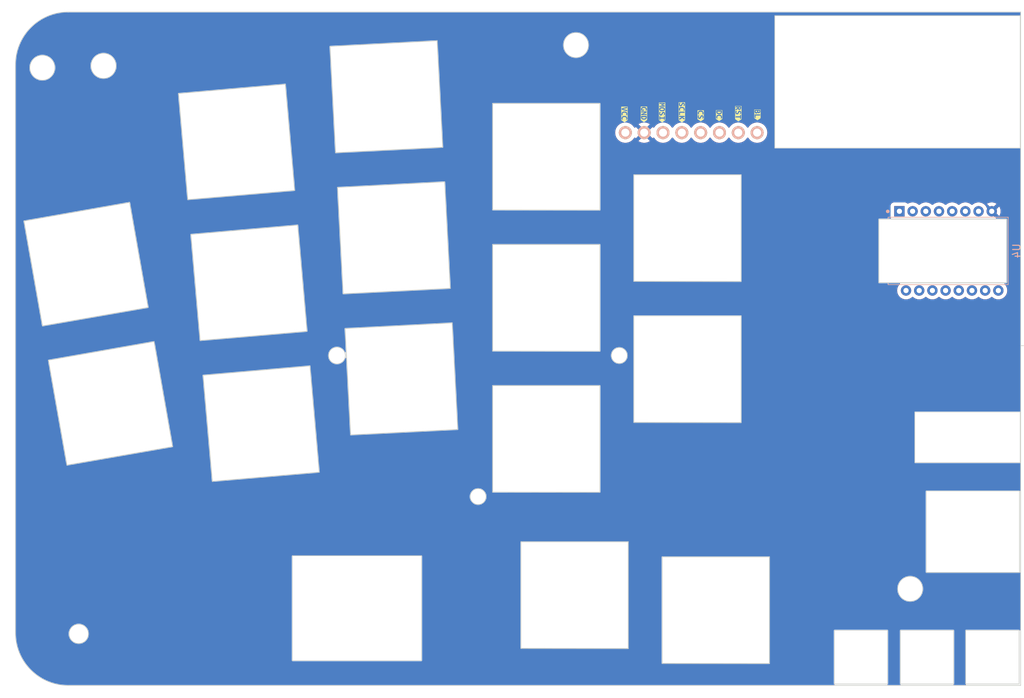
<source format=kicad_pcb>
(kicad_pcb (version 20221018) (generator pcbnew)
  (layers (0 "F.Cu" signal) (31 "B.Cu" signal) (34 "B.Paste" user) (35 "F.Paste" user) (36 "B.SilkS" user "B.Silkscreen") (37 "F.SilkS" user "F.Silkscreen") (38 "B.Mask" user) (39 "F.Mask" user) (44 "Edge.Cuts" user))
  (net 0 "")
  (net 1 "Net-(U4-VDDPIX)")
  (net 2 "Net-(U4-LED_P)")
  (net 3 "Net-(U4-~{NRESET})")
  (net 10 "GND_L")
  (net 11 "VCC_L")
  (net 12 "MOSI_L")
  (net 13 "SCLK_L")
  (net 14 "TFT_CS_L")
  (net 15 "TFT_DC_L")
  (net 16 "TFT_RST_L")
  (net 17 "TFT_BL_L")
  (net 18 "NCS_L")
  (net 19 "MISO_L")
  (net 20 "VDD_L")
  (footprint "Alaa:14mm-switch-hole" (layer "F.Cu") (at 109.792901 114.13634 -175)
    (fp_text reference "SW6" hide)
    (fp_text value "SW_Push" hide)
    (fp_line (start -7.239 -7.21) (end 7.239 -7.19) (stroke (width 0.12)) (layer "Edge.Cuts"))
    (fp_line (start -7.239 7.2) (end -7.239 -7.21) (stroke (width 0.12)) (layer "Edge.Cuts"))
    (fp_line (start 7.239 -7.19) (end 7.239 7.2) (stroke (width 0.12)) (layer "Edge.Cuts"))
    (fp_line (start 7.239 7.2) (end -7.239 7.2) (stroke (width 0.12)) (layer "Edge.Cuts"))
  )
  (footprint "Alaa:14mm-switch-hole" (layer "F.Cu") (at 130.364269 127.116717 -177)
    (fp_text reference "SW11" hide)
    (fp_text value "SW_Push" hide)
    (fp_line (start -7.239 -7.21) (end 7.239 -7.19) (stroke (width 0.12)) (layer "Edge.Cuts"))
    (fp_line (start -7.239 7.2) (end -7.239 -7.21) (stroke (width 0.12)) (layer "Edge.Cuts"))
    (fp_line (start 7.239 -7.19) (end 7.239 7.2) (stroke (width 0.12)) (layer "Edge.Cuts"))
    (fp_line (start 7.239 7.2) (end -7.239 7.2) (stroke (width 0.12)) (layer "Edge.Cuts"))
  )
  (footprint "Alaa:14mm-switch-hole" (layer "F.Cu") (at 149.916505 97.109287 180)
    (fp_text reference "SW13" hide)
    (fp_text value "SW_Push" hide)
    (fp_line (start -7.239 -7.21) (end 7.239 -7.19) (stroke (width 0.12)) (layer "Edge.Cuts"))
    (fp_line (start -7.239 7.2) (end -7.239 -7.21) (stroke (width 0.12)) (layer "Edge.Cuts"))
    (fp_line (start 7.239 -7.19) (end 7.239 7.2) (stroke (width 0.12)) (layer "Edge.Cuts"))
    (fp_line (start 7.239 7.2) (end -7.239 7.2) (stroke (width 0.12)) (layer "Edge.Cuts"))
  )
  (footprint "Alaa:14mm-switch-hole" (layer "F.Cu") (at 153.734505 156.307287 180)
    (fp_text reference "SW3" hide)
    (fp_text value "SW_Push" hide)
    (fp_line (start -7.239 -7.21) (end 7.239 -7.19) (stroke (width 0.12)) (layer "Edge.Cuts"))
    (fp_line (start -7.239 7.2) (end -7.239 -7.21) (stroke (width 0.12)) (layer "Edge.Cuts"))
    (fp_line (start 7.239 -7.19) (end 7.239 7.2) (stroke (width 0.12)) (layer "Edge.Cuts"))
    (fp_line (start 7.239 7.2) (end -7.239 7.2) (stroke (width 0.12)) (layer "Edge.Cuts"))
  )
  (footprint "Alaa:14mm-switch-hole" (layer "F.Cu") (at 172.784505 158.339287 180)
    (fp_text reference "SW19" hide)
    (fp_text value "SW_Push" hide)
    (fp_line (start -7.239 -7.21) (end 7.239 -7.19) (stroke (width 0.12)) (layer "Edge.Cuts"))
    (fp_line (start -7.239 7.2) (end -7.239 -7.21) (stroke (width 0.12)) (layer "Edge.Cuts"))
    (fp_line (start 7.239 -7.19) (end 7.239 7.2) (stroke (width 0.12)) (layer "Edge.Cuts"))
    (fp_line (start 7.239 7.2) (end -7.239 7.2) (stroke (width 0.12)) (layer "Edge.Cuts"))
  )
  (footprint "Alaa:Screen Dupont" (layer "F.Cu") (at 169.679624 93.569287)
    (fp_text reference "J1" hide)
    (fp_text value "Conn_01x08_Female" hide)
    (fp_poly (pts (xy 8.690503 -2.661451) (xy 8.490478 -2.661451) (xy 8.486906 -2.627518) (xy 8.485716 -2.591204) (xy 8.489883 -2.542389) (xy 8.505361 -2.500121) (xy 8.537508 -2.46976) (xy 8.590491 -2.457854) (xy 8.667286 -2.491787) (xy 8.690503 -2.58287) (xy 8.690503 -2.661451)) (fill solid) (layer "F.SilkS"))
    (fp_poly (pts (xy 8.811947 -2.604301) (xy 8.836355 -2.519767) (xy 8.903625 -2.491192) (xy 8.945892 -2.499526) (xy 8.970895 -2.522148) (xy 8.982802 -2.555485) (xy 8.985778 -2.594776) (xy 8.984588 -2.629304) (xy 8.981016 -2.661451) (xy 8.811947 -2.661451) (xy 8.811947 -2.604301)) (fill solid) (layer "F.SilkS"))
    (fp_poly (pts (xy 6.297414 -2.945136) (xy 6.348016 -2.954066) (xy 6.383139 -2.980855) (xy 6.403678 -3.022229) (xy 6.410524 -3.074914) (xy 6.409928 -3.095155) (xy 6.406952 -3.118967) (xy 6.185496 -3.118967) (xy 6.185496 -3.08682) (xy 6.192788 -3.022229) (xy 6.214666 -2.978474) (xy 6.297414 -2.945136)) (fill solid) (layer "F.SilkS"))
    (fp_poly (pts (xy -6.837629 -1.811993) (xy -6.83882 -1.798896) (xy -6.83882 -1.785799) (xy -6.81977 -1.70186) (xy -6.767382 -1.647092) (xy -6.688206 -1.617326) (xy -6.640134 -1.610629) (xy -6.587598 -1.608396) (xy -6.494729 -1.61554) (xy -6.414957 -1.640543) (xy -6.359593 -1.689359) (xy -6.338757 -1.769131) (xy -6.339353 -1.790562) (xy -6.342329 -1.811993) (xy -6.837629 -1.811993)) (fill solid) (layer "F.SilkS"))
    (fp_poly (pts (xy 3.308637 -2.551407) (xy 3.307446 -2.53831) (xy 3.307446 -2.525213) (xy 3.326496 -2.441274) (xy 3.378884 -2.386506) (xy 3.45806 -2.35674) (xy 3.506132 -2.350043) (xy 3.558668 -2.34781) (xy 3.651537 -2.354954) (xy 3.731309 -2.379957) (xy 3.786673 -2.428773) (xy 3.807509 -2.508545) (xy 3.806913 -2.529976) (xy 3.803937 -2.551407) (xy 3.308637 -2.551407)) (fill solid) (layer "F.SilkS"))
    (fp_poly (pts (xy -4.144895 -2.752738) (xy -4.092954 -2.75378) (xy -4.044287 -2.756905) (xy -3.962729 -2.773574) (xy -3.907961 -2.808697) (xy -3.88772 -2.869419) (xy -3.907961 -2.929546) (xy -3.963325 -2.965264) (xy -4.044883 -2.981933) (xy -4.093103 -2.985058) (xy -4.144895 -2.9861) (xy -4.196836 -2.985058) (xy -4.245503 -2.981933) (xy -4.327061 -2.965264) (xy -4.381829 -2.930141) (xy -4.40207 -2.869419) (xy -4.381829 -2.808697) (xy -4.326465 -2.773574) (xy -4.244908 -2.756905) (xy -4.196687 -2.75378) (xy -4.144895 -2.752738)) (fill solid) (layer "F.SilkS"))
    (fp_poly (pts (xy 9.156336 -2.790142) (xy 9.156336 -2.839751) (xy 8.30226 -2.839751) (xy 8.30226 -2.790142) (xy 8.30226 -2.585354) (xy 8.35187 -2.585354) (xy 8.353209 -2.635063) (xy 8.357228 -2.686558) (xy 8.363925 -2.738647) (xy 8.373301 -2.790142) (xy 9.088867 -2.790142) (xy 9.101368 -2.698464) (xy 9.106726 -2.599642) (xy 9.10241 -2.524037) (xy 9.089462 -2.463911) (xy 9.044218 -2.381758) (xy 8.98171 -2.341276) (xy 8.912654 -2.330561) (xy 8.863243 -2.33696) (xy 8.819785 -2.356159) (xy 8.755492 -2.42462) (xy 8.723345 -2.361666) (xy 8.681673 -2.322822) (xy 8.634048 -2.30273) (xy 8.584042 -2.296033) (xy 8.522873 -2.301688) (xy 8.472718 -2.318654) (xy 8.401281 -2.379972) (xy 8.378361 -2.422239) (xy 8.363181 -2.47165) (xy 8.354698 -2.526567) (xy 8.35187 -2.585354) (xy 8.30226 -2.585354) (xy 8.30226 -1.711436) (xy 8.361395 -1.711436) (xy 8.361395 -2.174589) (xy 9.098392 -2.174589) (xy 9.098392 -2.026951) (xy 8.482839 -2.026951) (xy 8.482839 -1.711436) (xy 8.361395 -1.711436) (xy 8.30226 -1.711436) (xy 8.30226 -1.661826) (xy 8.729298 -1.377135) (xy 9.156336 -1.661826) (xy 9.156336 -1.711436) (xy 9.156336 -2.790142)) (fill solid) (layer "F.SilkS"))
    (fp_poly (pts (xy 3.990181 -2.698485) (xy 3.990181 -2.748094) (xy 3.121819 -2.748094) (xy 3.121819 -2.698485) (xy 3.121819 -2.541323) (xy 3.177381 -2.541323) (xy 3.181548 -2.618118) (xy 3.195241 -2.698485) (xy 3.914378 -2.698485) (xy 3.928666 -2.604426) (xy 3.932238 -2.522273) (xy 3.92688 -2.45277) (xy 3.910806 -2.389518) (xy 3.883273 -2.334005) (xy 3.843536 -2.287719) (xy 3.791446 -2.250661) (xy 3.726855 -2.22283) (xy 3.64872 -2.205417) (xy 3.556 -2.199613) (xy 3.461196 -2.206013) (xy 3.381573 -2.225212) (xy 3.316238 -2.255721) (xy 3.264297 -2.296054) (xy 3.225155 -2.345614) (xy 3.198217 -2.403805) (xy 3.18259 -2.469439) (xy 3.177381 -2.541323) (xy 3.121819 -2.541323) (xy 3.121819 -1.815041) (xy 3.171428 -1.815041) (xy 3.182541 -1.91082) (xy 3.215878 -1.990195) (xy 3.271441 -2.053166) (xy 3.32673 -2.089108) (xy 3.392587 -2.114781) (xy 3.46901 -2.130185) (xy 3.556 -2.135319) (xy 3.642618 -2.129069) (xy 3.719116 -2.110316) (xy 3.785046 -2.080402) (xy 3.839964 -2.040665) (xy 3.883422 -1.991849) (xy 3.914973 -1.934699) (xy 3.934172 -1.870554) (xy 3.940572 -1.800754) (xy 3.934023 -1.729912) (xy 3.919141 -1.674548) (xy 3.901281 -1.634662) (xy 3.886994 -1.610254) (xy 3.770313 -1.648354) (xy 3.800673 -1.714433) (xy 3.813175 -1.803135) (xy 3.800673 -1.870405) (xy 3.759002 -1.928746) (xy 3.681016 -1.970418) (xy 3.626247 -1.982473) (xy 3.559572 -1.986491) (xy 3.481983 -1.981663) (xy 3.417491 -1.967177) (xy 3.366095 -1.943033) (xy 3.315643 -1.885735) (xy 3.298825 -1.800754) (xy 3.311922 -1.706099) (xy 3.338116 -1.645973) (xy 3.222625 -1.609063) (xy 3.187502 -1.693002) (xy 3.175446 -1.750003) (xy 3.171428 -1.815041) (xy 3.121819 -1.815041) (xy 3.121819 -1.609063) (xy 3.121819 -1.559454) (xy 3.556 -1.27) (xy 3.990181 -1.559454) (xy 3.990181 -1.609063) (xy 3.990181 -2.698485)) (fill solid) (layer "F.SilkS"))
    (fp_poly (pts (xy 1.503362 -2.684463) (xy 1.503362 -2.734072) (xy 0.635 -2.734072) (xy 0.635 -2.684463) (xy 0.635 -2.364185) (xy 0.684609 -2.364185) (xy 0.695722 -2.459964) (xy 0.729059 -2.539339) (xy 0.784622 -2.60231) (xy 0.839911 -2.638252) (xy 0.905768 -2.663924) (xy 0.982191 -2.679328) (xy 1.069181 -2.684463) (xy 1.155799 -2.678212) (xy 1.232297 -2.65946) (xy 1.298227 -2.629545) (xy 1.353145 -2.589808) (xy 1.396603 -2.540992) (xy 1.428154 -2.483842) (xy 1.447353 -2.419697) (xy 1.453753 -2.349897) (xy 1.447204 -2.279055) (xy 1.432322 -2.223691) (xy 1.414462 -2.183805) (xy 1.400175 -2.159397) (xy 1.283494 -2.197497) (xy 1.313854 -2.263577) (xy 1.326356 -2.352278) (xy 1.313854 -2.419549) (xy 1.272183 -2.477889) (xy 1.194197 -2.519561) (xy 1.139428 -2.531616) (xy 1.072753 -2.535635) (xy 0.995164 -2.530806) (xy 0.930672 -2.51632) (xy 0.879276 -2.492177) (xy 0.828824 -2.434878) (xy 0.812006 -2.349897) (xy 0.825103 -2.255242) (xy 0.851297 -2.195116) (xy 0.735806 -2.158206) (xy 0.700683 -2.242145) (xy 0.688627 -2.299147) (xy 0.684609 -2.364185) (xy 0.635 -2.364185) (xy 0.635 -1.845072) (xy 0.684609 -1.845072) (xy 0.68952 -1.927523) (xy 0.704254 -1.991519) (xy 0.740569 -2.073672) (xy 0.859631 -2.03081) (xy 0.823912 -1.954014) (xy 0.811411 -1.904454) (xy 0.807244 -1.845072) (xy 0.814983 -1.783755) (xy 0.836414 -1.74506) (xy 0.86737 -1.725414) (xy 0.902494 -1.720056) (xy 0.942975 -1.733153) (xy 0.974526 -1.766491) (xy 0.999529 -1.811735) (xy 1.020365 -1.861741) (xy 1.04775 -1.930797) (xy 1.08704 -1.995686) (xy 1.145976 -2.043906) (xy 1.233487 -2.062956) (xy 1.325761 -2.046139) (xy 1.395412 -1.995686) (xy 1.427824 -1.945217) (xy 1.447271 -1.883503) (xy 1.453753 -1.810544) (xy 1.449883 -1.746994) (xy 1.438275 -1.692077) (xy 1.403747 -1.606947) (xy 1.290637 -1.64981) (xy 1.319212 -1.715889) (xy 1.331119 -1.799828) (xy 1.321726 -1.864651) (xy 1.293548 -1.903545) (xy 1.246584 -1.91651) (xy 1.209079 -1.904603) (xy 1.180504 -1.874242) (xy 1.158478 -1.83257) (xy 1.140619 -1.786731) (xy 1.111448 -1.714699) (xy 1.068586 -1.645642) (xy 1.001911 -1.59385) (xy 0.956816 -1.57867) (xy 0.901303 -1.57361) (xy 0.809476 -1.590427) (xy 0.741164 -1.64088) (xy 0.709745 -1.693466) (xy 0.690893 -1.76153) (xy 0.684609 -1.845072) (xy 0.635 -1.845072) (xy 0.635 -1.57361) (xy 0.635 -1.524) (xy 1.069181 -1.234546) (xy 1.503362 -1.524) (xy 1.503362 -1.57361) (xy 1.503362 -2.684463)) (fill solid) (layer "F.SilkS"))
    (fp_poly (pts (xy 6.583362 -3.265487) (xy 6.583362 -3.315097) (xy 5.715 -3.315097) (xy 5.715 -3.265487) (xy 5.715 -2.747565) (xy 5.780087 -2.747565) (xy 5.780087 -2.901156) (xy 5.850185 -2.930773) (xy 5.917604 -2.964854) (xy 5.984131 -3.002508) (xy 6.05155 -3.04284) (xy 6.05155 -3.11904) (xy 5.780087 -3.11904) (xy 5.780087 -3.265487) (xy 6.506369 -3.265487) (xy 6.515298 -3.218457) (xy 6.521251 -3.166665) (xy 6.524228 -3.116659) (xy 6.525419 -3.074987) (xy 6.521847 -3.014861) (xy 6.511131 -2.960687) (xy 6.492974 -2.913062) (xy 6.467078 -2.872581) (xy 6.391473 -2.816026) (xy 6.341616 -2.801292) (xy 6.283722 -2.796381) (xy 6.222404 -2.802929) (xy 6.16704 -2.822575) (xy 6.120904 -2.8574) (xy 6.087269 -2.90949) (xy 6.018808 -2.866628) (xy 5.940226 -2.822575) (xy 5.858073 -2.781498) (xy 5.780087 -2.747565) (xy 5.715 -2.747565) (xy 5.715 -2.458243) (xy 5.764609 -2.458243) (xy 5.76952 -2.540694) (xy 5.784254 -2.60469) (xy 5.820569 -2.686843) (xy 5.939631 -2.643981) (xy 5.903912 -2.567186) (xy 5.891411 -2.517626) (xy 5.887244 -2.458243) (xy 5.894983 -2.396926) (xy 5.916414 -2.358231) (xy 5.94737 -2.338586) (xy 5.982494 -2.333228) (xy 6.022975 -2.346325) (xy 6.054526 -2.379662) (xy 6.079529 -2.424906) (xy 6.100365 -2.474912) (xy 6.12775 -2.543968) (xy 6.16704 -2.608857) (xy 6.225976 -2.657078) (xy 6.313487 -2.676128) (xy 6.405761 -2.65931) (xy 6.475412 -2.608857) (xy 6.507824 -2.558388) (xy 6.527271 -2.496674) (xy 6.533753 -2.423715) (xy 6.529883 -2.360166) (xy 6.518275 -2.305248) (xy 6.483747 -2.220118) (xy 6.370637 -2.262981) (xy 6.399212 -2.329061) (xy 6.411119 -2.413) (xy 6.401726 -2.477823) (xy 6.373548 -2.516716) (xy 6.326584 -2.529681) (xy 6.289079 -2.517775) (xy 6.260504 -2.487414) (xy 6.238478 -2.445742) (xy 6.220619 -2.399903) (xy 6.191448 -2.32787) (xy 6.148586 -2.258814) (xy 6.081911 -2.207022) (xy 6.036816 -2.191841) (xy 5.981303 -2.186781) (xy 5.889476 -2.203598) (xy 5.821164 -2.254051) (xy 5.789745 -2.306637) (xy 5.770893 -2.374701) (xy 5.764609 -2.458243) (xy 5.715 -2.458243) (xy 5.715 -1.767681) (xy 5.780087 -1.767681) (xy 5.780087 -1.915318) (xy 6.39564 -1.915318) (xy 6.39564 -2.10939) (xy 6.517084 -2.10939) (xy 6.517084 -1.573609) (xy 6.39564 -1.573609) (xy 6.39564 -1.767681) (xy 5.780087 -1.767681) (xy 5.715 -1.767681) (xy 5.715 -1.573609) (xy 5.715 -1.524) (xy 6.149181 -1.234545) (xy 6.583362 -1.524) (xy 6.583362 -1.573609) (xy 6.583362 -3.265487)) (fill solid) (layer "F.SilkS"))
    (fp_poly (pts (xy -6.151746 -3.191658) (xy -6.151746 -3.241267) (xy -7.020108 -3.241267) (xy -7.020108 -3.191658) (xy -7.020108 -2.89043) (xy -6.970499 -2.89043) (xy -6.964397 -2.956063) (xy -6.946091 -3.01485) (xy -6.91573 -3.066196) (xy -6.873463 -3.109505) (xy -6.81929 -3.144331) (xy -6.75321 -3.170227) (xy -6.675373 -3.1863) (xy -6.585927 -3.191658) (xy -6.497374 -3.185407) (xy -6.419835 -3.166655) (xy -6.353606 -3.137187) (xy -6.298986 -3.098789) (xy -6.256273 -3.052057) (xy -6.225763 -2.997586) (xy -6.207457 -2.937162) (xy -6.201355 -2.87257) (xy -6.207904 -2.795775) (xy -6.222786 -2.736839) (xy -6.240646 -2.695763) (xy -6.254933 -2.671355) (xy -6.371614 -2.709455) (xy -6.341849 -2.773749) (xy -6.328752 -2.85233) (xy -6.347802 -2.940436) (xy -6.400785 -2.999372) (xy -6.481747 -3.03271) (xy -6.531307 -3.0403) (xy -6.585927 -3.04283) (xy -6.666294 -3.0382) (xy -6.731183 -3.024309) (xy -6.780594 -3.001158) (xy -6.827475 -2.949663) (xy -6.843102 -2.878524) (xy -6.841911 -2.849949) (xy -6.838339 -2.821374) (xy -6.569258 -2.821374) (xy -6.569258 -2.674927) (xy -6.937161 -2.674927) (xy -6.958593 -2.756485) (xy -6.967522 -2.817653) (xy -6.970499 -2.89043) (xy -7.020108 -2.89043) (xy -7.020108 -2.20582) (xy -6.955021 -2.20582) (xy -6.873331 -2.24015) (xy -6.791773 -2.276464) (xy -6.710347 -2.314763) (xy -6.628922 -2.355045) (xy -6.547364 -2.397313) (xy -6.465674 -2.441564) (xy -6.955021 -2.441564) (xy -6.955021 -2.573724) (xy -6.218024 -2.573724) (xy -6.218024 -2.455852) (xy -6.272644 -2.422514) (xy -6.331729 -2.389177) (xy -6.392897 -2.356286) (xy -6.453768 -2.324288) (xy -6.513597 -2.293927) (xy -6.571639 -2.265947) (xy -6.625218 -2.241093) (xy -6.671652 -2.220108) (xy -6.218024 -2.220108) (xy -6.218024 -2.087949) (xy -6.955021 -2.087949) (xy -6.955021 -2.20582) (xy -7.020108 -2.20582) (xy -7.020108 -1.811724) (xy -6.964546 -1.811724) (xy -6.960379 -1.888519) (xy -6.946686 -1.968886) (xy -6.227549 -1.968886) (xy -6.213261 -1.874827) (xy -6.209689 -1.792674) (xy -6.215047 -1.723171) (xy -6.231121 -1.659919) (xy -6.258654 -1.604406) (xy -6.298391 -1.55812) (xy -6.350481 -1.521062) (xy -6.415072 -1.493231) (xy -6.493207 -1.475819) (xy -6.585927 -1.470014) (xy -6.680731 -1.476414) (xy -6.760354 -1.495613) (xy -6.825689 -1.526122) (xy -6.87763 -1.566455) (xy -6.916772 -1.616015) (xy -6.94371 -1.674206) (xy -6.959337 -1.73984) (xy -6.964546 -1.811724) (xy -7.020108 -1.811724) (xy -7.020108 -1.470014) (xy -7.020108 -1.420405) (xy -6.585927 -1.130951) (xy -6.151746 -1.420405) (xy -6.151746 -1.470014) (xy -6.151746 -3.191658)) (fill solid) (layer "F.SilkS"))
    (fp_poly (pts (xy -8.783638 -3.180159) (xy -8.783638 -3.229768) (xy -9.652 -3.229768) (xy -9.652 -3.180159) (xy -9.652 -2.974181) (xy -9.586913 -2.974181) (xy -9.499402 -3.003649) (xy -9.401175 -3.034903) (xy -9.332185 -3.055937) (xy -9.263327 -3.076178) (xy -9.194602 -3.095625) (xy -9.127199 -3.114013) (xy -9.06231 -3.131079) (xy -8.999935 -3.146822) (xy -8.916591 -3.166467) (xy -8.849916 -3.180159) (xy -8.849916 -3.025378) (xy -8.91168 -3.016448) (xy -8.982671 -3.003947) (xy -9.059466 -2.988915) (xy -9.138642 -2.972395) (xy -9.218414 -2.954536) (xy -9.296996 -2.935486) (xy -9.370963 -2.915989) (xy -9.436894 -2.89679) (xy -9.371856 -2.87774) (xy -9.298186 -2.85869) (xy -9.219605 -2.840236) (xy -9.139833 -2.822972) (xy -9.060508 -2.806898) (xy -8.983266 -2.792015) (xy -8.911828 -2.778918) (xy -8.849916 -2.768203) (xy -8.849916 -2.614612) (xy -8.925521 -2.630537) (xy -9.00946 -2.649736) (xy -9.099798 -2.67206) (xy -9.194602 -2.697361) (xy -9.259689 -2.715815) (xy -9.325571 -2.735461) (xy -9.392246 -2.756297) (xy -9.45859 -2.777992) (xy -9.523479 -2.800217) (xy -9.586913 -2.822972) (xy -9.586913 -2.974181) (xy -9.652 -2.974181) (xy -9.652 -2.2479) (xy -9.602391 -2.2479) (xy -9.591278 -2.343679) (xy -9.557941 -2.423054) (xy -9.502378 -2.486025) (xy -9.447089 -2.521967) (xy -9.381232 -2.54764) (xy -9.304809 -2.563043) (xy -9.217819 -2.568178) (xy -9.131201 -2.561927) (xy -9.054703 -2.543175) (xy -8.988773 -2.51326) (xy -8.933855 -2.473523) (xy -8.890397 -2.424708) (xy -8.858846 -2.367558) (xy -8.839647 -2.303413) (xy -8.833247 -2.233612) (xy -8.839796 -2.16277) (xy -8.854678 -2.107406) (xy -8.872538 -2.06752) (xy -8.886825 -2.043112) (xy -9.003506 -2.081212) (xy -8.973146 -2.147292) (xy -8.960644 -2.235993) (xy -8.973146 -2.303264) (xy -9.014817 -2.361604) (xy -9.092803 -2.403276) (xy -9.147572 -2.415331) (xy -9.214247 -2.41935) (xy -9.291836 -2.414521) (xy -9.356328 -2.400035) (xy -9.407724 -2.375892) (xy -9.458176 -2.318593) (xy -9.474994 -2.233612) (xy -9.461897 -2.138958) (xy -9.435703 -2.078831) (xy -9.551194 -2.041922) (xy -9.586317 -2.125861) (xy -9.598373 -2.182862) (xy -9.602391 -2.2479) (xy -9.652 -2.2479) (xy -9.652 -1.652587) (xy -9.602391 -1.652587) (xy -9.591278 -1.748366) (xy -9.557941 -1.827741) (xy -9.502378 -1.890712) (xy -9.447089 -1.926654) (xy -9.381232 -1.952327) (xy -9.304809 -1.967731) (xy -9.217819 -1.972865) (xy -9.131201 -1.966615) (xy -9.054703 -1.947862) (xy -8.988773 -1.917948) (xy -8.933855 -1.878211) (xy -8.890397 -1.829395) (xy -8.858846 -1.772245) (xy -8.839647 -1.7081) (xy -8.833247 -1.6383) (xy -8.839796 -1.567458) (xy -8.854678 -1.512093) (xy -8.872538 -1.472208) (xy -8.886825 -1.4478) (xy -9.003506 -1.4859) (xy -8.973146 -1.551979) (xy -8.960644 -1.640681) (xy -8.973146 -1.707951) (xy -9.014817 -1.766292) (xy -9.092803 -1.807964) (xy -9.147572 -1.820019) (xy -9.214247 -1.824037) (xy -9.291836 -1.819209) (xy -9.356328 -1.804723) (xy -9.407724 -1.780579) (xy -9.458176 -1.723281) (xy -9.474994 -1.6383) (xy -9.461897 -1.543645) (xy -9.435703 -1.483518) (xy -9.551194 -1.446609) (xy -9.586317 -1.530548) (xy -9.598373 -1.587549) (xy -9.602391 -1.652587) (xy -9.652 -1.652587) (xy -9.652 -1.446609) (xy -9.652 -1.397) (xy -9.217819 -1.107546) (xy -8.783638 -1.397) (xy -8.783638 -1.446609) (xy -8.783638 -3.180159)) (fill solid) (layer "F.SilkS"))
    (fp_poly (pts (xy -3.703638 -3.737372) (xy -3.703638 -3.786982) (xy -4.572 -3.786982) (xy -4.572 -3.737372) (xy -4.572 -3.196829) (xy -4.506913 -3.196829) (xy -4.506913 -3.331369) (xy -3.934222 -3.324225) (xy -4.246166 -3.414713) (xy -4.246166 -3.521869) (xy -3.934222 -3.608785) (xy -4.506913 -3.602832) (xy -4.506913 -3.737372) (xy -4.414639 -3.733652) (xy -4.318794 -3.729633) (xy -4.22146 -3.725317) (xy -4.124722 -3.720704) (xy -4.02977 -3.715495) (xy -3.937794 -3.709393) (xy -3.850581 -3.702398) (xy -3.769916 -3.69451) (xy -3.769916 -3.573066) (xy -3.83421 -3.55223) (xy -3.918744 -3.525441) (xy -4.010422 -3.496866) (xy -4.096147 -3.469482) (xy -4.005064 -3.439716) (xy -3.914577 -3.40995) (xy -3.833019 -3.383757) (xy -3.769916 -3.362325) (xy -3.769916 -3.240882) (xy -3.865166 -3.232696) (xy -3.958035 -3.224808) (xy -4.049266 -3.217665) (xy -4.139605 -3.211711) (xy -4.229795 -3.2068) (xy -4.32058 -3.202782) (xy -4.412705 -3.199507) (xy -4.506913 -3.196829) (xy -4.572 -3.196829) (xy -4.572 -2.870597) (xy -4.522391 -2.870597) (xy -4.511609 -2.950303) (xy -4.479264 -3.016383) (xy -4.425355 -3.068836) (xy -4.370995 -3.098788) (xy -4.304953 -3.120182) (xy -4.227227 -3.133019) (xy -4.137819 -3.137297) (xy -4.048411 -3.132907) (xy -3.970685 -3.119736) (xy -3.904643 -3.097783) (xy -3.850283 -3.06705) (xy -3.796374 -3.014134) (xy -3.764029 -2.949046) (xy -3.753247 -2.871788) (xy -3.764029 -2.792148) (xy -3.796374 -2.726267) (xy -3.850283 -2.674144) (xy -3.904643 -2.644453) (xy -3.970685 -2.623245) (xy -4.048411 -2.61052) (xy -4.137819 -2.606279) (xy -4.227227 -2.610595) (xy -4.304953 -2.623543) (xy -4.370995 -2.645123) (xy -4.425355 -2.675335) (xy -4.479264 -2.727722) (xy -4.511609 -2.79281) (xy -4.522391 -2.870597) (xy -4.572 -2.870597) (xy -4.572 -2.297907) (xy -4.522391 -2.297907) (xy -4.51748 -2.380357) (xy -4.502746 -2.444354) (xy -4.466431 -2.526507) (xy -4.347369 -2.483644) (xy -4.383088 -2.406849) (xy -4.395589 -2.357289) (xy -4.399756 -2.297907) (xy -4.392017 -2.23659) (xy -4.370586 -2.197894) (xy -4.33963 -2.178249) (xy -4.304506 -2.172891) (xy -4.264025 -2.185988) (xy -4.232474 -2.219325) (xy -4.207471 -2.264569) (xy -4.186635 -2.314575) (xy -4.15925 -2.383632) (xy -4.11996 -2.448521) (xy -4.061024 -2.496741) (xy -3.973513 -2.515791) (xy -3.881239 -2.498974) (xy -3.811588 -2.448521) (xy -3.779176 -2.398052) (xy -3.759729 -2.336337) (xy -3.753247 -2.263379) (xy -3.757117 -2.199829) (xy -3.768725 -2.144911) (xy -3.803253 -2.059782) (xy -3.916363 -2.102644) (xy -3.887788 -2.168724) (xy -3.875881 -2.252663) (xy -3.885274 -2.317486) (xy -3.913452 -2.35638) (xy -3.960416 -2.369344) (xy -3.997921 -2.357438) (xy -4.026496 -2.327077) (xy -4.048522 -2.285405) (xy -4.066381 -2.239566) (xy -4.095552 -2.167533) (xy -4.138414 -2.098477) (xy -4.205089 -2.046685) (xy -4.250184 -2.031504) (xy -4.305697 -2.026444) (xy -4.397524 -2.043262) (xy -4.465836 -2.093715) (xy -4.497255 -2.1463) (xy -4.516107 -2.214365) (xy -4.522391 -2.297907) (xy -4.572 -2.297907) (xy -4.572 -1.914525) (xy -4.506913 -1.914525) (xy -4.385469 -1.914525) (xy -4.385469 -1.753791) (xy -3.89136 -1.753791) (xy -3.89136 -1.914525) (xy -3.769916 -1.914525) (xy -3.769916 -1.44661) (xy -3.89136 -1.44661) (xy -3.89136 -1.606154) (xy -4.385469 -1.606154) (xy -4.385469 -1.44661) (xy -4.506913 -1.44661) (xy -4.506913 -1.914525) (xy -4.572 -1.914525) (xy -4.572 -1.44661) (xy -4.572 -1.397) (xy -4.137819 -1.107546) (xy -3.703638 -1.397) (xy -3.703638 -1.44661) (xy -3.703638 -3.737372)) (fill solid) (layer "F.SilkS"))
    (fp_poly (pts (xy -1.036638 -3.767137) (xy -1.036638 -3.816747) (xy -1.905 -3.816747) (xy -1.905 -3.767137) (xy -1.905 -3.538537) (xy -1.855391 -3.538537) (xy -1.85048 -3.620988) (xy -1.835746 -3.684984) (xy -1.799431 -3.767137) (xy -1.680369 -3.724275) (xy -1.716088 -3.647479) (xy -1.728589 -3.59792) (xy -1.732756 -3.538537) (xy -1.725017 -3.47722) (xy -1.703586 -3.438525) (xy -1.67263 -3.418879) (xy -1.637506 -3.413522) (xy -1.597025 -3.426618) (xy -1.565474 -3.459956) (xy -1.540471 -3.5052) (xy -1.519635 -3.555206) (xy -1.49225 -3.624262) (xy -1.45296 -3.689151) (xy -1.394024 -3.737372) (xy -1.306513 -3.756422) (xy -1.214239 -3.739604) (xy -1.144588 -3.689151) (xy -1.112176 -3.638682) (xy -1.092729 -3.576968) (xy -1.086247 -3.504009) (xy -1.090117 -3.440459) (xy -1.101725 -3.385542) (xy -1.136253 -3.300412) (xy -1.249363 -3.343275) (xy -1.220788 -3.409354) (xy -1.208881 -3.493293) (xy -1.218274 -3.558116) (xy -1.246452 -3.59701) (xy -1.293416 -3.609975) (xy -1.330921 -3.598068) (xy -1.359496 -3.567707) (xy -1.381522 -3.526036) (xy -1.399381 -3.480197) (xy -1.428552 -3.408164) (xy -1.471414 -3.339107) (xy -1.538089 -3.287315) (xy -1.583184 -3.272135) (xy -1.638697 -3.267075) (xy -1.730524 -3.283892) (xy -1.798836 -3.334345) (xy -1.830255 -3.386931) (xy -1.849107 -3.454995) (xy -1.855391 -3.538537) (xy -1.905 -3.538537) (xy -1.905 -2.867025) (xy -1.855391 -2.867025) (xy -1.844278 -2.962804) (xy -1.810941 -3.042179) (xy -1.755378 -3.10515) (xy -1.700089 -3.141092) (xy -1.634232 -3.166764) (xy -1.557809 -3.182168) (xy -1.470819 -3.187303) (xy -1.384201 -3.181052) (xy -1.307703 -3.1623) (xy -1.241773 -3.132385) (xy -1.186855 -3.092648) (xy -1.143397 -3.043832) (xy -1.111846 -2.986682) (xy -1.092647 -2.922538) (xy -1.086247 -2.852737) (xy -1.092796 -2.781895) (xy -1.107678 -2.726531) (xy -1.125538 -2.686645) (xy -1.139825 -2.662237) (xy -1.256506 -2.700337) (xy -1.226146 -2.766417) (xy -1.213644 -2.855118) (xy -1.226146 -2.922389) (xy -1.267817 -2.980729) (xy -1.345803 -3.022401) (xy -1.400572 -3.034456) (xy -1.467247 -3.038475) (xy -1.544836 -3.033646) (xy -1.609328 -3.01916) (xy -1.660724 -2.995017) (xy -1.711176 -2.937718) (xy -1.727994 -2.852737) (xy -1.714897 -2.758082) (xy -1.688703 -2.697956) (xy -1.804194 -2.661047) (xy -1.839317 -2.744986) (xy -1.851373 -2.801987) (xy -1.855391 -2.867025) (xy -1.905 -2.867025) (xy -1.905 -2.07645) (xy -1.839913 -2.07645) (xy -1.839913 -2.539603) (xy -1.102916 -2.539603) (xy -1.102916 -2.391965) (xy -1.718469 -2.391965) (xy -1.718469 -2.07645) (xy -1.839913 -2.07645) (xy -1.905 -2.07645) (xy -1.905 -1.612106) (xy -1.839913 -1.612106) (xy -1.750021 -1.649611) (xy -1.702396 -1.675358) (xy -1.655961 -1.703784) (xy -1.61161 -1.734294) (xy -1.570236 -1.766292) (xy -1.502966 -1.8288) (xy -1.839913 -1.8288) (xy -1.839913 -1.975247) (xy -1.102916 -1.975247) (xy -1.102916 -1.8288) (xy -1.408906 -1.8288) (xy -1.335088 -1.774031) (xy -1.254125 -1.719857) (xy -1.174353 -1.672828) (xy -1.102916 -1.637109) (xy -1.102916 -1.471612) (xy -1.176139 -1.511498) (xy -1.218109 -1.536352) (xy -1.261864 -1.564481) (xy -1.306959 -1.595288) (xy -1.352947 -1.628179) (xy -1.398489 -1.662856) (xy -1.442244 -1.699022) (xy -1.480642 -1.661814) (xy -1.524397 -1.624012) (xy -1.572469 -1.586954) (xy -1.623814 -1.551979) (xy -1.677392 -1.519684) (xy -1.732161 -1.490662) (xy -1.786781 -1.465957) (xy -1.839913 -1.446609) (xy -1.839913 -1.612106) (xy -1.905 -1.612106) (xy -1.905 -1.446609) (xy -1.905 -1.397) (xy -1.470819 -1.107545) (xy -1.036638 -1.397) (xy -1.036638 -1.446609) (xy -1.036638 -3.767137)) (fill solid) (layer "F.SilkS"))
    (pad "1" thru_hole circle (at -9.09512 0.288013) (size 1.7526 1.7526) (drill 1.0922) (layers "*.Cu" "*.SilkS" "*.Mask") (net 11 "VCC_L"))
    (pad "2" thru_hole circle (at -6.555118 0.288014) (size 1.7526 1.7526) (drill 1.0922) (layers "*.Cu" "*.SilkS" "*.Mask") (net 10 "GND_L"))
    (pad "3" thru_hole circle (at -4.01512 0.288013) (size 1.7526 1.7526) (drill 1.0922) (layers "*.Cu" "*.SilkS" "*.Mask") (net 12 "MOSI_L"))
    (pad "4" thru_hole circle (at -1.47512 0.288013) (size 1.7526 1.7526) (drill 1.0922) (layers "*.Cu" "*.SilkS" "*.Mask") (net 13 "SCLK_L"))
    (pad "5" thru_hole circle (at 1.064881 0.288014) (size 1.7526 1.7526) (drill 1.0922) (layers "*.Cu" "*.SilkS" "*.Mask") (net 14 "TFT_CS_L"))
    (pad "6" thru_hole circle (at 3.604881 0.288015) (size 1.7526 1.7526) (drill 1.0922) (layers "*.Cu" "*.SilkS" "*.Mask") (net 15 "TFT_DC_L"))
    (pad "7" thru_hole circle (at 6.144881 0.288014) (size 1.7526 1.7526) (drill 1.0922) (layers "*.Cu" "*.SilkS" "*.Mask") (net 16 "TFT_RST_L"))
    (pad "8" thru_hole circle (at 8.68488 0.288014) (size 1.7526 1.7526) (drill 1.0922) (layers "*.Cu" "*.SilkS" "*.Mask") (net 17 "TFT_BL_L"))
  )
  (footprint "Alaa:14mm-switch-hole" (layer "F.Cu") (at 111.438663 133.156573 -175)
    (fp_text reference "SW7" hide)
    (fp_text value "SW_Push" hide)
    (fp_line (start -7.239 -7.21) (end 7.239 -7.19) (stroke (width 0.12)) (layer "Edge.Cuts"))
    (fp_line (start -7.239 7.2) (end -7.239 -7.21) (stroke (width 0.12)) (layer "Edge.Cuts"))
    (fp_line (start 7.239 -7.19) (end 7.239 7.2) (stroke (width 0.12)) (layer "Edge.Cuts"))
    (fp_line (start 7.239 7.2) (end -7.239 7.2) (stroke (width 0.12)) (layer "Edge.Cuts"))
  )
  (footprint "Alaa:14mm-switch-hole" (layer "F.Cu") (at 129.353645 108.063086 -177)
    (fp_text reference "SW10" hide)
    (fp_text value "SW_Push" hide)
    (fp_line (start -7.239 -7.21) (end 7.239 -7.19) (stroke (width 0.12)) (layer "Edge.Cuts"))
    (fp_line (start -7.239 7.2) (end -7.239 -7.21) (stroke (width 0.12)) (layer "Edge.Cuts"))
    (fp_line (start 7.239 -7.19) (end 7.239 7.2) (stroke (width 0.12)) (layer "Edge.Cuts"))
    (fp_line (start 7.239 7.2) (end -7.239 7.2) (stroke (width 0.12)) (layer "Edge.Cuts"))
  )
  (footprint "Alaa:14mm-switch-hole" (layer "F.Cu") (at 168.966505 125.795287 180)
    (fp_text reference "SW18" hide)
    (fp_text value "SW_Push" hide)
    (fp_line (start -7.239 -7.21) (end 7.239 -7.19) (stroke (width 0.12)) (layer "Edge.Cuts"))
    (fp_line (start -7.239 7.2) (end -7.239 -7.21) (stroke (width 0.12)) (layer "Edge.Cuts"))
    (fp_line (start 7.239 -7.19) (end 7.239 7.2) (stroke (width 0.12)) (layer "Edge.Cuts"))
    (fp_line (start 7.239 7.2) (end -7.239 7.2) (stroke (width 0.12)) (layer "Edge.Cuts"))
  )
  (footprint "Alaa:14mm-switch-hole" (layer "F.Cu") (at 108.122505 95.109287 -175)
    (fp_text reference "SW5" hide)
    (fp_text value "SW_Push" hide)
    (fp_line (start -7.239 -7.21) (end 7.239 -7.19) (stroke (width 0.12)) (layer "Edge.Cuts"))
    (fp_line (start -7.239 7.2) (end -7.239 -7.21) (stroke (width 0.12)) (layer "Edge.Cuts"))
    (fp_line (start 7.239 -7.19) (end 7.239 7.2) (stroke (width 0.12)) (layer "Edge.Cuts"))
    (fp_line (start 7.239 7.2) (end -7.239 7.2) (stroke (width 0.12)) (layer "Edge.Cuts"))
  )
  (footprint "Alaa:14mm-switch-hole" (layer "F.Cu") (at 168.966505 106.745287 180)
    (fp_text reference "SW17" hide)
    (fp_text value "SW_Push" hide)
    (fp_line (start -7.239 -7.21) (end 7.239 -7.19) (stroke (width 0.12)) (layer "Edge.Cuts"))
    (fp_line (start -7.239 7.2) (end -7.239 -7.21) (stroke (width 0.12)) (layer "Edge.Cuts"))
    (fp_line (start 7.239 -7.19) (end 7.239 7.2) (stroke (width 0.12)) (layer "Edge.Cuts"))
    (fp_line (start 7.239 7.2) (end -7.239 7.2) (stroke (width 0.12)) (layer "Edge.Cuts"))
  )
  (footprint "Alaa:14mm-switch-hole" (layer "F.Cu") (at 87.810505 111.619287 -170)
    (fp_text reference "SW1" hide)
    (fp_text value "SW_Push" hide)
    (fp_line (start -7.239 -7.21) (end 7.239 -7.19) (stroke (width 0.12)) (layer "Edge.Cuts"))
    (fp_line (start -7.239 7.2) (end -7.239 -7.21) (stroke (width 0.12)) (layer "Edge.Cuts"))
    (fp_line (start 7.239 -7.19) (end 7.239 7.2) (stroke (width 0.12)) (layer "Edge.Cuts"))
    (fp_line (start 7.239 7.2) (end -7.239 7.2) (stroke (width 0.12)) (layer "Edge.Cuts"))
  )
  (footprint "Alaa:14mm-switch-hole" (layer "F.Cu") (at 149.916505 116.159287 180)
    (fp_text reference "SW14" hide)
    (fp_text value "SW_Push" hide)
    (fp_line (start -7.239 -7.21) (end 7.239 -7.19) (stroke (width 0.12)) (layer "Edge.Cuts"))
    (fp_line (start -7.239 7.2) (end -7.239 -7.21) (stroke (width 0.12)) (layer "Edge.Cuts"))
    (fp_line (start 7.239 -7.19) (end 7.239 7.2) (stroke (width 0.12)) (layer "Edge.Cuts"))
    (fp_line (start 7.239 7.2) (end -7.239 7.2) (stroke (width 0.12)) (layer "Edge.Cuts"))
  )
  (footprint "Alaa:14mm-switch-hole" (layer "F.Cu") (at 149.916505 135.209287 180)
    (fp_text reference "SW15" hide)
    (fp_text value "SW_Push" hide)
    (fp_line (start -7.239 -7.21) (end 7.239 -7.19) (stroke (width 0.12)) (layer "Edge.Cuts"))
    (fp_line (start -7.239 7.2) (end -7.239 -7.21) (stroke (width 0.12)) (layer "Edge.Cuts"))
    (fp_line (start 7.239 -7.19) (end 7.239 7.2) (stroke (width 0.12)) (layer "Edge.Cuts"))
    (fp_line (start 7.239 7.2) (end -7.239 7.2) (stroke (width 0.12)) (layer "Edge.Cuts"))
  )
  (footprint "Alaa:14mm-switch-hole" (layer "F.Cu") (at 128.334505 89.013287 -177)
    (fp_text reference "SW9" hide)
    (fp_text value "SW_Push" hide)
    (fp_line (start -7.239 -7.21) (end 7.239 -7.19) (stroke (width 0.12)) (layer "Edge.Cuts"))
    (fp_line (start -7.239 7.2) (end -7.239 -7.21) (stroke (width 0.12)) (layer "Edge.Cuts"))
    (fp_line (start 7.239 -7.19) (end 7.239 7.2) (stroke (width 0.12)) (layer "Edge.Cuts"))
    (fp_line (start 7.239 7.2) (end -7.239 7.2) (stroke (width 0.12)) (layer "Edge.Cuts"))
  )
  (footprint "Alaa:14mm-switch-hole" (layer "F.Cu") (at 91.112505 130.415287 -170)
    (fp_text reference "SW2" hide)
    (fp_text value "SW_Push" hide)
    (fp_line (start -7.239 -7.21) (end 7.239 -7.19) (stroke (width 0.12)) (layer "Edge.Cuts"))
    (fp_line (start -7.239 7.2) (end -7.239 -7.21) (stroke (width 0.12)) (layer "Edge.Cuts"))
    (fp_line (start 7.239 -7.19) (end 7.239 7.2) (stroke (width 0.12)) (layer "Edge.Cuts"))
    (fp_line (start 7.239 7.2) (end -7.239 7.2) (stroke (width 0.12)) (layer "Edge.Cuts"))
  )
  (footprint "Alaa:PMW3360DM-T2QU" (layer "B.Cu") (at 203.224505 109.825287)
    (fp_text reference "U4" (at 10.16 0 90) (layer "B.SilkS") (effects (justify mirror)))
    (fp_text value "PMW3360DM-T2QU")
    (fp_line (start -7.18 -4.55) (end -7.18 -4.318) (stroke (width 0.1)) (layer "B.SilkS"))
    (fp_line (start -7.18 4.318) (end -7.18 4.55) (stroke (width 0.1)) (layer "B.SilkS"))
    (fp_line (start -7.18 4.55) (end 9.02 4.55) (stroke (width 0.1)) (layer "B.SilkS"))
    (fp_line (start 9.02 -4.55) (end -7.18 -4.55) (stroke (width 0.1)) (layer "B.SilkS"))
    (fp_line (start 9.02 4.55) (end 9.02 -4.55) (stroke (width 0.1)) (layer "B.SilkS"))
    (fp_circle (center -7.239 -5.334) (end -7.059395 -5.334) (stroke (width 0.12)) (fill solid) (layer "B.SilkS"))
    (fp_rect (start -8.44 4.3) (end 8.82 -4.3) (stroke (width 0.12)) (fill none) (layer "Edge.Cuts"))
    (pad "1" thru_hole rect (at -5.66 -5.35) (size 1.4 1.4) (drill 0.7) (layers "*.Cu" "*.Mask"))
    (pad "2" thru_hole circle (at -3.88 -5.35) (size 1.4 1.4) (drill 0.7) (layers "*.Cu" "*.Mask"))
    (pad "3" thru_hole circle (at -2.1 -5.35) (size 1.4 1.4) (drill 0.7) (layers "*.Cu" "*.Mask") (net 1 "Net-(U4-VDDPIX)"))
    (pad "4" thru_hole circle (at -0.32 -5.35) (size 1.4 1.4) (drill 0.7) (layers "*.Cu" "*.Mask") (net 20 "VDD_L"))
    (pad "5" thru_hole circle (at 1.46 -5.35) (size 1.4 1.4) (drill 0.7) (layers "*.Cu" "*.Mask") (net 11 "VCC_L"))
    (pad "6" thru_hole circle (at 3.24 -5.35) (size 1.4 1.4) (drill 0.7) (layers "*.Cu" "*.Mask"))
    (pad "7" thru_hole circle (at 5.02 -5.35) (size 1.4 1.4) (drill 0.7) (layers "*.Cu" "*.Mask") (net 3 "Net-(U4-~{NRESET})"))
    (pad "8" thru_hole circle (at 6.8 -5.35) (size 1.4 1.4) (drill 0.7) (layers "*.Cu" "*.Mask") (net 10 "GND_L"))
    (pad "9" thru_hole circle (at 7.69 5.35) (size 1.4 1.4) (drill 0.7) (layers "*.Cu" "*.Mask"))
    (pad "10" thru_hole circle (at 5.91 5.35) (size 1.4 1.4) (drill 0.7) (layers "*.Cu" "*.Mask") (net 13 "SCLK_L"))
    (pad "11" thru_hole circle (at 4.13 5.35) (size 1.4 1.4) (drill 0.7) (layers "*.Cu" "*.Mask") (net 12 "MOSI_L"))
    (pad "12" thru_hole circle (at 2.35 5.35) (size 1.4 1.4) (drill 0.7) (layers "*.Cu" "*.Mask") (net 19 "MISO_L"))
    (pad "13" thru_hole circle (at 0.57 5.35) (size 1.4 1.4) (drill 0.7) (layers "*.Cu" "*.Mask") (net 18 "NCS_L"))
    (pad "14" thru_hole circle (at -1.21 5.35) (size 1.4 1.4) (drill 0.7) (layers "*.Cu" "*.Mask"))
    (pad "15" thru_hole circle (at -2.99 5.35) (size 1.4 1.4) (drill 0.7) (layers "*.Cu" "*.Mask") (net 2 "Net-(U4-LED_P)"))
    (pad "16" thru_hole circle (at -4.77 5.35) (size 1.4 1.4) (drill 0.7) (layers "*.Cu" "*.Mask"))
  )
  (gr_circle (center 199.02206 155.460227) (end 200.152 156.718) (stroke (width 0.1)) (fill none) (layer "Edge.Cuts"))
  (gr_circle (center 90.17 84.836) (end 90.932 86.36) (stroke (width 0.1)) (fill none) (layer "Edge.Cuts"))
  (gr_line (start 213.924505 168.499287) (end 85.400505 168.499287) (stroke (width 0.1)) (layer "Edge.Cuts"))
  (gr_rect (start 188.768245 161.036858) (end 195.987863 168.300881) (stroke (width 0.1)) (fill none) (layer "Edge.Cuts"))
  (gr_circle (center 121.666 123.952) (end 122.174 124.968) (stroke (width 0.1)) (fill none) (layer "Edge.Cuts"))
  (gr_line (start 214.317943 122.616576) (end 213.949 122.616237) (stroke (width 0.1)) (layer "Edge.Cuts"))
  (gr_rect (start 115.631982 150.98508) (end 133.106085 165.175299) (stroke (width 0.1)) (fill none) (layer "Edge.Cuts"))
  (gr_arc (start 85.400505 168.499287) (mid 80.371562 166.41623) (end 78.288505 161.387287) (stroke (width 0.1)) (layer "Edge.Cuts"))
  (gr_line (start 213.924505 77.567287) (end 85.400505 77.567287) (stroke (width 0.1)) (layer "Edge.Cuts"))
  (gr_rect (start 197.682129 161.036858) (end 204.901747 168.300881) (stroke (width 0.1)) (fill none) (layer "Edge.Cuts"))
  (gr_circle (center 81.917129 85.087404) (end 83.047069 86.345177) (stroke (width 0.1)) (fill none) (layer "Edge.Cuts"))
  (gr_rect (start 199.644 131.572) (end 213.868 138.43) (stroke (width 0.1)) (fill none) (layer "Edge.Cuts"))
  (gr_line (start 78.288505 161.387287) (end 78.288505 84.679287) (stroke (width 0.1)) (layer "Edge.Cuts"))
  (gr_circle (center 140.716 143.002) (end 141.478 143.764) (stroke (width 0.1)) (fill none) (layer "Edge.Cuts"))
  (gr_circle (center 86.824505 161.533287) (end 87.884 162.306) (stroke (width 0.1)) (fill none) (layer "Edge.Cuts"))
  (gr_rect (start 206.502 161.036) (end 213.721618 168.300023) (stroke (width 0.1)) (fill none) (layer "Edge.Cuts"))
  (gr_rect (start 180.748147 78.062111) (end 213.868 95.933813) (stroke (width 0.1)) (fill none) (layer "Edge.Cuts"))
  (gr_line (start 213.924505 168.499287) (end 213.924505 77.567287) (stroke (width 0.1)) (layer "Edge.Cuts"))
  (gr_arc (start 78.288505 84.679287) (mid 80.371562 79.650344) (end 85.400505 77.567287) (stroke (width 0.1)) (layer "Edge.Cuts"))
  (gr_rect (start 201.168 142.24) (end 213.769613 153.254253) (stroke (width 0.1)) (fill none) (layer "Edge.Cuts"))
  (gr_circle (center 159.766 123.952) (end 160.528 124.714) (stroke (width 0.1)) (fill none) (layer "Edge.Cuts"))
  (gr_circle (center 153.92258 82.035145) (end 155.05252 83.292918) (stroke (width 0.1)) (fill none) (layer "Edge.Cuts"))
  (zone (net 10) (net_name "GND_L") (layers "F&B.Cu") (priority 1) (connect_pads (clearance 0.5)) (min_thickness 0.25) (fill yes (thermal_gap 0.5) (thermal_bridge_width 0.5))
    (polygon (pts (xy 214.376 169.164) (xy 76.2 170.18) (xy 76.2 75.946) (xy 214.376 76.962)))
  )
)
</source>
